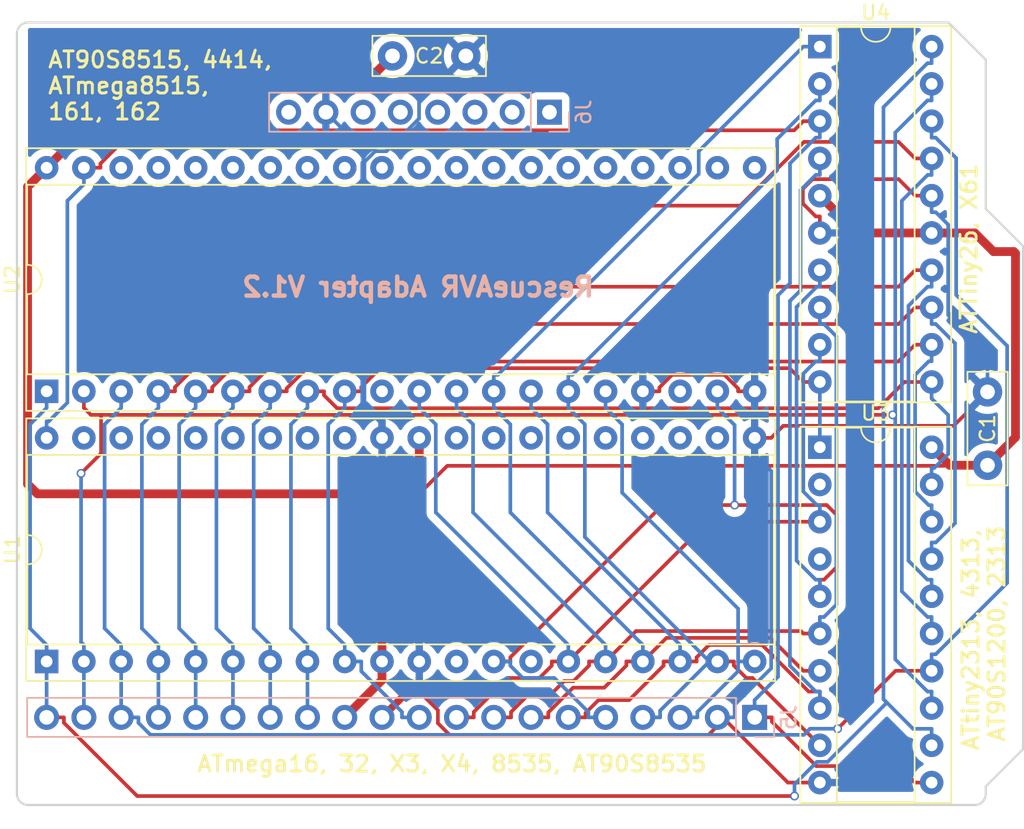
<source format=kicad_pcb>
(kicad_pcb (version 20240108) (generator "pcbnew") (generator_version "8.0")
  (title_block (date "2024-09-06") (rev "1.2"))
  (layers (0 "F.Cu" signal) (31 "B.Cu" signal) (34 "B.Paste" user) (35 "F.Paste" user) (36 "B.SilkS" user "B.Silkscreen") (37 "F.SilkS" user "F.Silkscreen") (38 "B.Mask" user) (39 "F.Mask" user) (44 "Edge.Cuts" user))
  (net 0 "")
  (net 1 "GND")
  (net 2 "Net-(J5-Pin_12)")
  (net 3 "/XA0")
  (net 4 "/D7")
  (net 5 "/HVRES")
  (net 6 "/D6")
  (net 7 "/~{OE}")
  (net 8 "/D5")
  (net 9 "/D4")
  (net 10 "/XTAL1")
  (net 11 "/D2")
  (net 12 "/~{WR}")
  (net 14 "/D0")
  (net 15 "/RDY")
  (net 16 "/D1")
  (net 17 "/BS1")
  (net 18 "/D3")
  (net 19 "/XA1")
  (net 20 "/BS2")
  (footprint "Package_DIP:DIP-40_W15.24mm_Socket" (layer "F.Cu") (at 102.025 90.216 90)
    (property "Reference" "U1")
    (property "Value" "ATmega16A-P")
  )
  (footprint "Package_DIP:DIP-40_W15.24mm_Socket" (layer "F.Cu") (at 102.025 71.801 90)
    (property "Reference" "U2")
    (property "Value" "ATmega162-16P")
  )
  (footprint "Capacitor_THT:C_Disc_D7.5mm_W2.5mm_P5.00mm" (layer "F.Cu") (at 166.16 76.841 90)
    (property "Reference" "C1")
    (property "Value" "100nF" (hide yes))
  )
  (footprint "Package_DIP:DIP-20_W7.62mm_Socket" (layer "F.Cu") (at 154.73 48.306)
    (property "Reference" "U4")
    (property "Value" "ATtiny861-20P")
  )
  (footprint "Package_DIP:DIP-20_W7.62mm_Socket" (layer "F.Cu") (at 154.73 75.611)
    (property "Reference" "U3")
    (property "Value" "ATtiny2313-20P")
  )
  (footprint "Capacitor_THT:C_Disc_D7.5mm_W2.5mm_P5.00mm" (layer "F.Cu") (at 125.6 48.941)
    (property "Reference" "C2")
    (property "Value" "100nF" (hide yes))
  )
  (footprint "Connector_PinHeader_2.54mm:PinHeader_1x20_P2.54mm_Vertical" (layer "B.Cu") (at 150.285 94.026 90)
    (property "Reference" "J5")
    (property "Value" "Conn_01x20_Socket")
  )
  (footprint "Connector_PinHeader_2.54mm:PinHeader_1x08_P2.54mm_Vertical" (layer "B.Cu") (at 136.3 52.776 90)
    (property "Reference" "J6")
    (property "Value" "Conn_01x08_Socket" (hide yes))
  )
  (gr_line (start 166.04 59.36) (end 168.58 61.9) (stroke (width 0.15)) (layer "Edge.Cuts"))
  (gr_line (start 100 99.238) (end 100 47.422) (stroke (width 0.15)) (layer "Edge.Cuts"))
  (gr_line (start 168.58 61.9) (end 168.58 96.19) (stroke (width 0.15)) (layer "Edge.Cuts"))
  (gr_line (start 165.278 100) (end 100.762 100) (stroke (width 0.15)) (layer "Edge.Cuts"))
  (gr_line (start 100.762 46.66) (end 163.5 46.66) (stroke (width 0.15)) (layer "Edge.Cuts"))
  (gr_arc (start 100.762 100) (mid 100.223185 99.776815) (end 100 99.238) (stroke (width 0.15)) (layer "Edge.Cuts"))
  (gr_line (start 168.58 96.19) (end 166.04 98.73) (stroke (width 0.15)) (layer "Edge.Cuts"))
  (gr_line (start 163.5 46.66) (end 166.04 49.2) (stroke (width 0.15)) (layer "Edge.Cuts"))
  (gr_arc (start 166.04 99.238) (mid 165.816815 99.776815) (end 165.278 100) (stroke (width 0.15)) (layer "Edge.Cuts"))
  (gr_line (start 166.04 49.2) (end 166.04 59.36) (stroke (width 0.15)) (layer "Edge.Cuts"))
  (gr_line (start 166.04 98.73) (end 166.04 99.238) (stroke (width 0.15)) (layer "Edge.Cuts"))
  (gr_arc (start 100 47.422) (mid 100.223185 46.883185) (end 100.762 46.66) (stroke (width 0.15)) (layer "Edge.Cuts"))
  (gr_text "RescueAVR Adapter V1.2" (at 139.49 65.451 0) (layer "B.SilkS") (effects (font (size 1.3 1.3) (thickness 0.3) (bold yes)) (justify left bottom mirror)))
  (gr_text "ATtiny2313, 4313, \nAT90S1200, 2313" (at 167.43 88.311 90) (layer "F.SilkS") (effects (font (size 1.1 1.1) (thickness 0.2) (bold yes)) (justify bottom)))
  (gr_text "ATTiny26, X61" (at 165.525 67.991 90) (layer "F.SilkS") (effects (font (size 1.1 1.1) (thickness 0.2) (bold yes)) (justify left bottom)))
  (gr_text "AT90S8515, 4414, \nATmega8515, \n161, 162" (at 102.025 53.386 0) (layer "F.SilkS") (effects (font (size 1.1 1.1) (thickness 0.2) (bold yes)) (justify left bottom)))
  (gr_text "ATmega16, 32, X3, X4, 8535, AT90S8535" (at 112.185 97.836 0) (layer "F.SilkS") (effects (font (size 1.1 1.1) (thickness 0.2) (bold yes)) (justify left bottom)))
  (segment (start 151.4117 74.976) (end 152.2341 74.1536) (width 0.25) (layer "F.Cu") (net 1))
  (segment (start 154.73 61.006) (end 154.73 59.8793) (width 0.25) (layer "F.Cu") (net 1))
  (segment (start 142.665 71.801) (end 143.7917 71.801) (width 0.25) (layer "F.Cu") (net 1))
  (segment (start 127.425 91.3427) (end 127.425 92.2363) (width 0.5) (layer "F.Cu") (net 1))
  (segment (start 154.73 59.8793) (end 154.4483 59.8793) (width 0.25) (layer "F.Cu") (net 1))
  (segment (start 150.285 74.976) (end 151.4117 74.976) (width 0.25) (layer "F.Cu") (net 1))
  (segment (start 124.885 94.026) (end 126.6589 92.2521) (width 0.5) (layer "F.Cu") (net 1))
  (segment (start 153.5731 59.0041) (end 153.5731 58.0043) (width 0.25) (layer "F.Cu") (net 1))
  (segment (start 127.425 90.216) (end 127.425 91.3427) (width 0.25) (layer "F.Cu") (net 1))
  (segment (start 129.5173 95.2437) (end 128.695 94.4214) (width 0.25) (layer "F.Cu") (net 1))
  (segment (start 149.1583 71.6068) (end 149.1583 71.801) (width 0.25) (layer "F.Cu") (net 1))
  (segment (start 162.35 58.466) (end 161.2233 58.466) (width 0.25) (layer "F.Cu") (net 1))
  (segment (start 163.8474 74.1536) (end 166.16 71.841) (width 0.25) (layer "F.Cu") (net 1))
  (segment (start 160.0966 57.3393) (end 161.2233 58.466) (width 0.25) (layer "F.Cu") (net 1))
  (segment (start 148.3334 94.026) (end 148.2193 94.1401) (width 0.25) (layer "F.Cu") (net 1))
  (segment (start 153.5731 58.0043) (end 154.2381 57.3393) (width 0.25) (layer "F.Cu") (net 1))
  (segment (start 126.6589 92.2521) (end 127.4092 92.2521) (width 0.5) (layer "F.Cu") (net 1))
  (segment (start 144.6607 70.6743) (end 148.2258 70.6743) (width 0.25) (layer "F.Cu") (net 1))
  (segment (start 128.695 93.5379) (end 127.4092 92.2521) (width 0.25) (layer "F.Cu") (net 1))
  (segment (start 143.7917 71.801) (end 143.7917 71.5433) (width 0.25) (layer "F.Cu") (net 1))
  (segment (start 148.2193 94.1401) (end 147.1157 95.2437) (width 0.25) (layer "F.Cu") (net 1))
  (segment (start 152.2341 74.1536) (end 163.8474 74.1536) (width 0.25) (layer "F.Cu") (net 1))
  (segment (start 150.285 71.801) (end 149.1583 71.801) (width 0.25) (layer "F.Cu") (net 1))
  (segment (start 147.1157 95.2437) (end 129.5173 95.2437) (width 0.25) (layer "F.Cu") (net 1))
  (segment (start 154.4483 59.8793) (end 153.5731 59.0041) (width 0.25) (layer "F.Cu") (net 1))
  (segment (start 154.2381 57.3393) (end 160.0966 57.3393) (width 0.25) (layer "F.Cu") (net 1))
  (segment (start 148.2258 70.6743) (end 149.1583 71.6068) (width 0.25) (layer "F.Cu") (net 1))
  (segment (start 152.5501 98.471) (end 154.73 98.471) (width 0.25) (layer "F.Cu") (net 1))
  (segment (start 148.2193 94.1401) (end 152.5501 98.471) (width 0.25) (layer "F.Cu") (net 1))
  (segment (start 127.425 92.2363) (end 127.4092 92.2521) (width 0.25) (layer "F.Cu") (net 1))
  (segment (start 147.745 94.026) (end 148.3334 94.026) (width 0.25) (layer "F.Cu") (net 1))
  (segment (start 143.7917 71.5433) (end 144.6607 70.6743) (width 0.25) (layer "F.Cu") (net 1))
  (segment (start 128.695 94.4214) (end 128.695 93.5379) (width 0.25) (layer "F.Cu") (net 1))
  (segment (start 123.615 56.240009) (end 124.419009 55.436) (width 0.25) (layer "B.Cu") (net 1))
  (segment (start 123.615 65.451) (end 123.615 72.5793) (width 0.4) (layer "B.Cu") (net 1))
  (segment (start 150.285 71.801) (end 150.285 74.976) (width 0.25) (layer "B.Cu") (net 1))
  (segment (start 125.1878 55.436) (end 127.41 53.2138) (width 0.25) (layer "B.Cu") (net 1))
  (segment (start 162.6318 59.5927) (end 162.35 59.5927) (width 0.25) (layer "B.Cu") (net 1))
  (segment (start 166.16 71.841) (end 166.16 69.279) (width 0.25) (layer "B.Cu") (net 1))
  (segment (start 127.41 52.131) (end 130.6 48.941) (width 0.25) (layer "B.Cu") (net 1))
  (segment (start 166.16 69.279) (end 163.4767 66.5957) (width 0.25) (layer "B.Cu") (net 1))
  (segment (start 123.615 65.451) (end 123.615 56.240009) (width 0.4) (layer "B.Cu") (net 1))
  (segment (start 123.7583 72.7226) (end 124.885 73.8493) (width 0.5) (layer "B.Cu") (net 1))
  (segment (start 124.885 74.976) (end 124.885 73.8493) (width 0.5) (layer "B.Cu") (net 1))
  (segment (start 163.4767 60.4376) (end 162.6318 59.5927) (width 0.25) (layer "B.Cu") (net 1))
  (segment (start 123.615 72.5793) (end 123.7583 72.7226) (width 0.4) (layer "B.Cu") (net 1))
  (segment (start 124.885 86.5493) (end 124.885 74.976) (width 0.25) (layer "B.Cu") (net 1))
  (segment (start 151.4117 77.2294) (end 150.285 76.1027) (width 0.25) (layer "B.Cu") (net 1))
  (segment (start 123.615 65.451) (end 123.615 55.331) (width 0.25) (layer "B.Cu") (net 1))
  (segment (start 127.425 90.216) (end 127.425 89.0893) (width 0.25) (layer "B.Cu") (net 1))
  (segment (start 124.419009 55.436) (end 125.1878 55.436) (width 0.25) (layer "B.Cu") (net 1))
  (segment (start 163.4767 66.5957) (end 163.4767 60.4376) (width 0.25) (layer "B.Cu") (net 1))
  (segment (start 123.615 55.331) (end 121.06 52.776) (width 0.25) (layer "B.Cu") (net 1))
  (segment (start 150.285 74.976) (end 150.285 76.1027) (width 0.25) (layer "B.Cu") (net 1))
  (segment (start 147.745 94.026) (end 148.9217 94.026) (width 0.25) (layer "B.Cu") (net 1))
  (segment (start 162.35 58.466) (end 162.35 59.5927) (width 0.25) (layer "B.Cu") (net 1))
  (segment (start 151.4117 90.6828) (end 151.4117 77.2294) (width 0.25) (layer "B.Cu") (net 1))
  (segment (start 127.41 53.2138) (end 127.41 52.131) (width 0.25) (layer "B.Cu") (net 1))
  (segment (start 127.425 89.0893) (end 124.885 86.5493) (width 0.25) (layer "B.Cu") (net 1))
  (segment (start 148.9217 93.1728) (end 151.4117 90.6828) (width 0.25) (layer "B.Cu") (net 1))
  (segment (start 148.9217 94.026) (end 148.9217 93.1728) (width 0.25) (layer "B.Cu") (net 1))
  (segment (start 163.415 76.676) (end 162.35 75.611) (width 0.6) (layer "F.Cu") (net 2))
  (segment (start 166.16 76.841) (end 163.58 76.841) (width 0.6) (layer "F.Cu") (net 2))
  (segment (start 124.885 90.216) (end 124.885 91.486) (width 0.6) (layer "F.Cu") (net 2))
  (segment (start 124.885 91.486) (end 122.345 94.026) (width 0.6) (layer "F.Cu") (net 2))
  (segment (start 107.486 51.1) (end 102.025 56.561) (width 0.6) (layer "F.Cu") (net 2))
  (segment (start 165.293 61.006) (end 162.35 61.006) (width 0.6) (layer "F.Cu") (net 2))
  (segment (start 162.35 61.006) (end 157.27 61.006) (width 0.6) (layer "F.Cu") (net 2))
  (segment (start 166.563 62.276) (end 165.293 61.006) (width 0.6) (layer "F.Cu") (net 2))
  (segment (start 163.415 76.676) (end 163.21 76.881) (width 0.25) (layer "F.Cu") (net 2))
  (segment (start 100.725 78.121) (end 101.39 78.786) (width 0.6) (layer "F.Cu") (net 2))
  (segment (start 129.33 76.881) (end 127.425 78.786) (width 0.25) (layer "F.Cu") (net 2))
  (segment (start 163.58 76.841) (end 163.415 76.676) (width 0.6) (layer "F.Cu") (net 2))
  (segment (start 168.065 74.936) (end 168.065 62.392) (width 0.6) (layer "F.Cu") (net 2))
  (segment (start 163.21 76.881) (end 129.33 76.881) (width 0.25) (layer "F.Cu") (net 2))
  (segment (start 168.065 62.392) (end 167.949 62.276) (width 0.6) (layer "F.Cu") (net 2))
  (segment (start 101.39 78.786) (end 127.425 78.786) (width 0.6) (layer "F.Cu") (net 2))
  (segment (start 157.27 61.006) (end 154.73 58.466) (width 0.6) (layer "F.Cu") (net 2))
  (segment (start 125.6 48.941) (end 123.441 51.1) (width 0.6) (layer "F.Cu") (net 2))
  (segment (start 127.425 78.786) (end 127.425 74.976) (width 0.6) (layer "F.Cu") (net 2))
  (segment (start 123.441 51.1) (end 107.486 51.1) (width 0.6) (layer "F.Cu") (net 2))
  (segment (start 167.949 62.276) (end 166.563 62.276) (width 0.6) (layer "F.Cu") (net 2))
  (segment (start 102.025 56.561) (end 100.725 57.861) (width 0.6) (layer "F.Cu") (net 2))
  (segment (start 166.16 76.841) (end 168.065 74.936) (width 0.6) (layer "F.Cu") (net 2))
  (segment (start 127.425 78.786) (end 124.885 81.326) (width 0.6) (layer "F.Cu") (net 2))
  (segment (start 100.725 57.861) (end 100.725 78.121) (width 0.6) (layer "F.Cu") (net 2))
  (segment (start 124.885 81.326) (end 124.885 90.216) (width 0.6) (layer "F.Cu") (net 2))
  (segment (start 147.745 90.216) (end 148.8717 90.216) (width 0.25) (layer "F.Cu") (net 3))
  (segment (start 149.7166 91.3427) (end 150.1417 91.3427) (width 0.25) (layer "F.Cu") (net 3))
  (segment (start 148.8717 90.216) (end 148.8717 90.4978) (width 0.25) (layer "F.Cu") (net 3))
  (segment (start 148.8717 90.4978) (end 149.7166 91.3427) (width 0.25) (layer "F.Cu") (net 3))
  (segment (start 150.1417 91.3427) (end 154.73 95.931) (width 0.25) (layer "F.Cu") (net 3))
  (segment (start 154.73 50.846) (end 154.73 51.9727) (width 0.25) (layer "B.Cu") (net 3))
  (segment (start 137.585 70.6743) (end 137.8667 70.6743) (width 0.25) (layer "B.Cu") (net 3))
  (segment (start 137.585 71.801) (end 137.585 70.6743) (width 0.25) (layer "B.Cu") (net 3))
  (segment (start 151.8197 56.7213) (end 151.8197 54.6013) (width 0.25) (layer "B.Cu") (net 3))
  (segment (start 143.8417 93.5718) (end 147.1975 90.216) (width 0.25) (layer "B.Cu") (net 3))
  (segment (start 138.7117 74.0544) (end 137.585 72.9277) (width 0.25) (layer "B.Cu") (net 3))
  (segment (start 151.8197 54.6013) (end 154.4483 51.9727) (width 0.25) (layer "B.Cu") (net 3))
  (segment (start 143.8417 94.026) (end 143.8417 93.5718) (width 0.25) (layer "B.Cu") (net 3))
  (segment (start 147.1975 90.216) (end 138.7117 81.7302) (width 0.25) (layer "B.Cu") (net 3))
  (segment (start 147.745 90.216) (end 147.1975 90.216) (width 0.25) (layer "B.Cu") (net 3))
  (segment (start 142.665 94.026) (end 143.8417 94.026) (width 0.25) (layer "B.Cu") (net 3))
  (segment (start 154.4483 51.9727) (end 154.73 51.9727) (width 0.25) (layer "B.Cu") (net 3))
  (segment (start 137.585 71.801) (end 137.585 72.9277) (width 0.25) (layer "B.Cu") (net 3))
  (segment (start 137.8667 70.6743) (end 151.8197 56.7213) (width 0.25) (layer "B.Cu") (net 3))
  (segment (start 138.7117 81.7302) (end 138.7117 74.0544) (width 0.25) (layer "B.Cu") (net 3))
  (segment (start 121.8208 72.954) (end 120.9317 72.0649) (width 0.25) (layer "F.Cu") (net 4))
  (segment (start 161.2233 71.166) (end 160.4932 71.166) (width 0.25) (layer "F.Cu") (net 4))
  (segment (start 119.805 71.801) (end 120.9317 71.801) (width 0.25) (layer "F.Cu") (net 4))
  (segment (start 158.7052 72.954) (end 121.8208 72.954) (width 0.25) (layer "F.Cu") (net 4))
  (segment (start 160.4932 71.166) (end 158.7052 72.954) (width 0.25) (layer "F.Cu") (net 4))
  (segment (start 162.35 71.166) (end 161.2233 71.166) (width 0.25) (layer "F.Cu") (net 4))
  (segment (start 120.9317 72.0649) (end 120.9317 71.801) (width 0.25) (layer "F.Cu") (net 4))
  (segment (start 119.805 90.216) (end 119.805 89.0893) (width 0.25) (layer "B.Cu") (net 4))
  (segment (start 162.35 78.151) (end 162.35 77.0243) (width 0.25) (layer "B.Cu") (net 4))
  (segment (start 119.805 94.026) (end 119.805 90.216) (width 0.25) (layer "B.Cu") (net 4))
  (segment (start 162.5302 77.0243) (end 163.4767 76.0778) (width 0.25) (layer "B.Cu") (net 4))
  (segment (start 162.35 77.0243) (end 162.5302 77.0243) (width 0.25) (layer "B.Cu") (net 4))
  (segment (start 162.35 71.166) (end 162.35 72.2927) (width 0.25) (layer "B.Cu") (net 4))
  (segment (start 163.4767 76.0778) (end 163.4767 73.4194) (width 0.25) (layer "B.Cu") (net 4))
  (segment (start 119.805 72.9277) (end 118.6783 74.0544) (width 0.25) (layer "B.Cu") (net 4))
  (segment (start 119.805 71.801) (end 119.805 72.9277) (width 0.25) (layer "B.Cu") (net 4))
  (segment (start 118.6783 87.9626) (end 119.805 89.0893) (width 0.25) (layer "B.Cu") (net 4))
  (segment (start 163.4767 73.4194) (end 162.35 72.2927) (width 0.25) (layer "B.Cu") (net 4))
  (segment (start 118.6783 74.0544) (end 118.6783 87.9626) (width 0.25) (layer "B.Cu") (net 4))
  (segment (start 124.7683 70.2226) (end 123.4717 71.5192) (width 0.25) (layer "F.Cu") (net 5))
  (segment (start 153.6033 71.166) (end 152.6599 70.2226) (width 0.25) (layer "F.Cu") (net 5))
  (segment (start 152.6599 70.2226) (end 124.7683 70.2226) (width 0.25) (layer "F.Cu") (net 5))
  (segment (start 122.345 71.801) (end 123.4717 71.801) (width 0.25) (layer "F.Cu") (net 5))
  (segment (start 154.73 71.166) (end 153.6033 71.166) (width 0.25) (layer "F.Cu") (net 5))
  (segment (start 123.4717 71.5192) (end 123.4717 71.801) (width 0.25) (layer "F.Cu") (net 5))
  (segment (start 126.2483 94.026) (end 126.2483 93.6582) (width 0.25) (layer "B.Cu") (net 5))
  (segment (start 123.4717 90.8816) (end 123.4717 90.216) (width 0.25) (layer "B.Cu") (net 5))
  (segment (start 154.73 71.166) (end 154.73 75.611) (width 0.25) (layer "B.Cu") (net 5))
  (segment (start 127.425 94.026) (end 126.2483 94.026) (width 0.25) (layer "B.Cu") (net 5))
  (segment (start 122.345 72.9277) (end 121.2183 74.0544) (width 0.25) (layer "B.Cu") (net 5))
  (segment (start 121.2183 74.0544) (end 121.2183 87.9626) (width 0.25) (layer "B.Cu") (net 5))
  (segment (start 121.2183 87.9626) (end 122.345 89.0893) (width 0.25) (layer "B.Cu") (net 5))
  (segment (start 126.2483 93.6582) (end 123.4717 90.8816) (width 0.25) (layer "B.Cu") (net 5))
  (segment (start 122.345 71.801) (end 122.345 72.9277) (width 0.25) (layer "B.Cu") (net 5))
  (segment (start 122.345 90.216) (end 122.345 89.0893) (width 0.25) (layer "B.Cu") (net 5))
  (segment (start 122.345 90.216) (end 123.4717 90.216) (width 0.25) (layer "B.Cu") (net 5))
  (segment (start 162.35 68.626) (end 161.2233 68.626) (width 0.25) (layer "F.Cu") (net 6))
  (segment (start 160.0784 69.7709) (end 161.2233 68.626) (width 0.25) (layer "F.Cu") (net 6))
  (segment (start 118.3917 71.5971) (end 120.2179 69.7709) (width 0.25) (layer "F.Cu") (net 6))
  (segment (start 117.265 71.801) (end 118.3917 71.801) (width 0.25) (layer "F.Cu") (net 6))
  (segment (start 118.3917 71.801) (end 118.3917 71.5971) (width 0.25) (layer "F.Cu") (net 6))
  (segment (start 120.2179 69.7709) (end 160.0784 69.7709) (width 0.25) (layer "F.Cu") (net 6))
  (segment (start 162.35 80.691) (end 162.35 79.5643) (width 0.25) (layer "B.Cu") (net 6))
  (segment (start 162.1558 79.5643) (end 162.35 79.5643) (width 0.25) (layer "B.Cu") (net 6))
  (segment (start 117.265 72.9277) (end 116.1383 74.0544) (width 0.25) (layer "B.Cu") (net 6))
  (segment (start 116.1383 74.0544) (end 116.1383 87.9626) (width 0.25) (layer "B.Cu") (net 6))
  (segment (start 161.2233 70.685) (end 161.2233 78.6318) (width 0.25) (layer "B.Cu") (net 6))
  (segment (start 117.265 94.026) (end 117.265 90.216) (width 0.25) (layer "B.Cu") (net 6))
  (segment (start 162.35 68.626) (end 162.35 69.7527) (width 0.25) (layer "B.Cu") (net 6))
  (segment (start 117.265 90.216) (end 117.265 89.0893) (width 0.25) (layer "B.Cu") (net 6))
  (segment (start 116.1383 87.9626) (end 117.265 89.0893) (width 0.25) (layer "B.Cu") (net 6))
  (segment (start 161.2233 78.6318) (end 162.1558 79.5643) (width 0.25) (layer "B.Cu") (net 6))
  (segment (start 162.35 69.7527) (end 162.1556 69.7527) (width 0.25) (layer "B.Cu") (net 6))
  (segment (start 117.265 71.801) (end 117.265 72.9277) (width 0.25) (layer "B.Cu") (net 6))
  (segment (start 162.1556 69.7527) (end 161.2233 70.685) (width 0.25) (layer "B.Cu") (net 6))
  (segment (start 134.9438 92.3961) (end 133.6817 93.6582) (width 0.25) (layer "F.Cu") (net 7))
  (segment (start 153.4353 88.143) (end 153.6033 88.311) (width 0.25) (layer "F.Cu") (net 7))
  (segment (start 142.198 88.143) (end 153.4353 88.143) (width 0.25) (layer "F.Cu") (net 7))
  (segment (start 140.125 90.216) (end 138.9983 90.216) (width 0.25) (layer "F.Cu") (net 7))
  (segment (start 132.505 94.026) (end 133.6817 94.026) (width 0.25) (layer "F.Cu") (net 7))
  (segment (start 133.6817 93.6582) (end 133.6817 94.026) (width 0.25) (layer "F.Cu") (net 7))
  (segment (start 138.9983 90.4977) (end 137.9435 91.5525) (width 0.25) (layer "F.Cu") (net 7))
  (segment (start 140.125 90.216) (end 142.198 88.143) (width 0.25) (layer "F.Cu") (net 7))
  (segment (start 138.9983 90.216) (end 138.9983 90.4977) (width 0.25) (layer "F.Cu") (net 7))
  (segment (start 137.3027 91.5525) (end 136.4591 92.3961) (width 0.25) (layer "F.Cu") (net 7))
  (segment (start 137.9435 91.5525) (end 137.3027 91.5525) (width 0.25) (layer "F.Cu") (net 7))
  (segment (start 136.4591 92.3961) (end 134.9438 92.3961) (width 0.25) (layer "F.Cu") (net 7))
  (segment (start 154.73 88.311) (end 153.6033 88.311) (width 0.25) (layer "F.Cu") (net 7))
  (segment (start 155.0118 67.2127) (end 154.73 67.2127) (width 0.25) (layer "B.Cu") (net 7))
  (segment (start 140.125 90.216) (end 140.125 89.0893) (width 0.25) (layer "B.Cu") (net 7))
  (segment (start 140.125 89.0893) (end 131.0917 80.056) (width 0.25) (layer "B.Cu") (net 7))
  (segment (start 155.8567 68.0576) (end 155.0118 67.2127) (width 0.25) (layer "B.Cu") (net 7))
  (segment (start 131.0917 80.056) (end 131.0917 74.0544) (width 0.25) (layer "B.Cu") (net 7))
  (segment (start 154.73 88.311) (end 154.73 87.1843) (width 0.25) (layer "B.Cu") (net 7))
  (segment (start 155.0117 87.1843) (end 155.8567 86.3393) (width 0.25) (layer "B.Cu") (net 7))
  (segment (start 131.0917 74.0544) (end 129.965 72.9277) (width 0.25) (layer "B.Cu") (net 7))
  (segment (start 155.8567 86.3393) (end 155.8567 68.0576) (width 0.25) (layer "B.Cu") (net 7))
  (segment (start 129.965 71.801) (end 129.965 72.9277) (width 0.25) (layer "B.Cu") (net 7))
  (segment (start 154.73 87.1843) (end 155.0117 87.1843) (width 0.25) (layer "B.Cu") (net 7))
  (segment (start 154.73 66.086) (end 154.73 67.2127) (width 0.25) (layer "B.Cu") (net 7))
  (segment (start 120.1583 67.2127) (end 115.8517 71.5193) (width 0.25) (layer "F.Cu") (net 8))
  (segment (start 115.8517 71.5193) (end 115.8517 71.801) (width 0.25) (layer "F.Cu") (net 8))
  (segment (start 114.725 71.801) (end 115.8517 71.801) (width 0.25) (layer "F.Cu") (net 8))
  (segment (start 161.2233 66.086) (end 160.0966 67.2127) (width 0.25) (layer "F.Cu") (net 8))
  (segment (start 160.0966 67.2127) (end 120.1583 67.2127) (width 0.25) (layer "F.Cu") (net 8))
  (segment (start 162.35 66.086) (end 161.2233 66.086) (width 0.25) (layer "F.Cu") (net 8))
  (segment (start 162.35 66.086) (end 162.35 67.2127) (width 0.25) (layer "B.Cu") (net 8))
  (segment (start 162.6317 82.1043) (end 163.943 80.793) (width 0.25) (layer "B.Cu") (net 8))
  (segment (start 114.725 72.9277) (end 113.5983 74.0544) (width 0.25) (layer "B.Cu") (net 8))
  (segment (start 114.725 71.801) (end 114.725 72.9277) (width 0.25) (layer "B.Cu") (net 8))
  (segment (start 162.35 83.231) (end 162.35 82.1043) (width 0.25) (layer "B.Cu") (net 8))
  (segment (start 113.5983 74.0544) (end 113.5983 87.9626) (width 0.25) (layer "B.Cu") (net 8))
  (segment (start 163.943 80.793) (end 163.943 68.524) (width 0.25) (layer "B.Cu") (net 8))
  (segment (start 163.943 68.524) (end 162.6317 67.2127) (width 0.25) (layer "B.Cu") (net 8))
  (segment (start 114.725 90.216) (end 114.725 89.0893) (width 0.25) (layer "B.Cu") (net 8))
  (segment (start 114.725 94.026) (end 114.725 90.216) (width 0.25) (layer "B.Cu") (net 8))
  (segment (start 162.6317 67.2127) (end 162.35 67.2127) (width 0.25) (layer "B.Cu") (net 8))
  (segment (start 113.5983 87.9626) (end 114.725 89.0893) (width 0.25) (layer "B.Cu") (net 8))
  (segment (start 162.35 82.1043) (end 162.6317 82.1043) (width 0.25) (layer "B.Cu") (net 8))
  (segment (start 113.3117 71.5193) (end 113.3117 71.801) (width 0.25) (layer "F.Cu") (net 9))
  (segment (start 162.35 63.546) (end 161.2233 63.546) (width 0.25) (layer "F.Cu") (net 9))
  (segment (start 161.2233 63.546) (end 160.0966 64.6727) (width 0.25) (layer "F.Cu") (net 9))
  (segment (start 120.1583 64.6727) (end 113.3117 71.5193) (width 0.25) (layer "F.Cu") (net 9))
  (segment (start 160.0966 64.6727) (end 120.1583 64.6727) (width 0.25) (layer "F.Cu") (net 9))
  (segment (start 112.185 71.801) (end 113.3117 71.801) (width 0.25) (layer "F.Cu") (net 9))
  (segment (start 160.7716 83.3477) (end 162.0682 84.6443) (width 0.25) (layer "B.Cu") (net 9))
  (segment (start 162.35 85.771) (end 162.35 84.6443) (width 0.25) (layer "B.Cu") (net 9))
  (segment (start 112.185 71.801) (end 112.185 72.9277) (width 0.25) (layer "B.Cu") (net 9))
  (segment (start 112.185 72.9277) (end 111.0583 74.0544) (width 0.25) (layer "B.Cu") (net 9))
  (segment (start 112.185 90.216) (end 112.185 89.0893) (width 0.25) (layer "B.Cu") (net 9))
  (segment (start 111.0583 74.0544) (end 111.0583 87.9626) (width 0.25) (layer "B.Cu") (net 9))
  (segment (start 160.7716 65.9693) (end 160.7716 83.3477) (width 0.25) (layer "B.Cu") (net 9))
  (segment (start 112.185 94.026) (end 112.185 90.216) (width 0.25) (layer "B.Cu") (net 9))
  (segment (start 162.35 63.546) (end 162.35 64.6727) (width 0.25) (layer "B.Cu") (net 9))
  (segment (start 111.0583 87.9626) (end 112.185 89.0893) (width 0.25) (layer "B.Cu") (net 9))
  (segment (start 162.35 64.6727) (end 162.0682 64.6727) (width 0.25) (layer "B.Cu") (net 9))
  (segment (start 162.0682 84.6443) (end 162.35 84.6443) (width 0.25) (layer "B.Cu") (net 9))
  (segment (start 162.0682 64.6727) (end 160.7716 65.9693) (width 0.25) (layer "B.Cu") (net 9))
  (segment (start 155.8567 83.7994) (end 155.8567 80.2091) (width 0.25) (layer "F.Cu") (net 10))
  (segment (start 155.2022 79.5546) (end 148.9207 79.5546) (width 0.25) (layer "F.Cu") (net 10))
  (segment (start 154.73 84.6443) (end 155.0118 84.6443) (width 0.25) (layer "F.Cu") (net 10))
  (segment (start 144.0114 79.5546) (end 133.6317 89.9343) (width 0.25) (layer "F.Cu") (net 10))
  (segment (start 154.73 85.771) (end 154.73 84.6443) (width 0.25) (layer "F.Cu") (net 10))
  (segment (start 133.6317 89.9343) (end 133.6317 90.216) (width 0.25) (layer "F.Cu") (net 10))
  (segment (start 148.9207 79.5546) (end 144.0114 79.5546) (width 0.25) (layer "F.Cu") (net 10))
  (segment (start 155.0118 84.6443) (end 155.8567 83.7994) (width 0.25) (layer "F.Cu") (net 10))
  (segment (start 132.505 90.216) (end 133.6317 90.216) (width 0.25) (layer "F.Cu") (net 10))
  (segment (start 155.8567 80.2091) (end 155.2022 79.5546) (width 0.25) (layer "F.Cu") (net 10))
  (via (at 148.9207 79.5546) (size 0.6) (drill 0.4) (layers "F.Cu" "B.Cu") (net 10))
  (segment (start 140.125 94.026) (end 138.9483 94.026) (width 0.25) (layer "B.Cu") (net 10))
  (segment (start 138.9483 94.026) (end 138.9483 93.6582) (width 0.25) (layer "B.Cu") (net 10))
  (segment (start 138.9483 93.6582) (end 136.6328 91.3427) (width 0.25) (layer "B.Cu") (net 10))
  (segment (start 154.73 63.546) (end 154.73 64.6727) (width 0.25) (layer "B.Cu") (net 10))
  (segment (start 154.4482 84.6443) (end 153.1425 83.3386) (width 0.25) (layer "B.Cu") (net 10))
  (segment (start 153.1425 66.0564) (end 154.5262 64.6727) (width 0.25) (layer "B.Cu") (net 10))
  (segment (start 133.6317 90.4978) (end 133.6317 90.216) (width 0.25) (layer "B.Cu") (net 10))
  (segment (start 154.73 84.6443) (end 154.4482 84.6443) (width 0.25) (layer "B.Cu") (net 10))
  (segment (start 153.1425 83.3386) (end 153.1425 66.0564) (width 0.25) (layer "B.Cu") (net 10))
  (segment (start 147.745 71.801) (end 147.745 72.9277) (width 0.25) (layer "B.Cu") (net 10))
  (segment (start 147.745 72.9277) (end 148.9207 74.1034) (width 0.25) (layer "B.Cu") (net 10))
  (segment (start 136.6328 91.3427) (end 134.4766 91.3427) (width 0.25) (layer "B.Cu") (net 10))
  (segment (start 132.505 90.216) (end 133.6317 90.216) (width 0.25) (layer "B.Cu") (net 10))
  (segment (start 154.5262 64.6727) (end 154.73 64.6727) (width 0.25) (layer "B.Cu") (net 10))
  (segment (start 134.4766 91.3427) (end 133.6317 90.4978) (width 0.25) (layer "B.Cu") (net 10))
  (segment (start 148.9207 74.1034) (end 148.9207 79.5546) (width 0.25) (layer "B.Cu") (net 10))
  (segment (start 154.73 85.771) (end 154.73 84.6443) (width 0.25) (layer "B.Cu") (net 10))
  (segment (start 155.942 94.7997) (end 159.8907 90.851) (width 0.25) (layer "F.Cu") (net 11))
  (segment (start 159.8907 90.851) (end 162.35 90.851) (width 0.25) (layer "F.Cu") (net 11))
  (via (at 155.942 94.7997) (size 0.6) (drill 0.4) (layers "F.Cu" "B.Cu") (net 11))
  (segment (start 108.2817 94.026) (end 108.2817 94.3937) (width 0.25) (layer "B.Cu") (net 11))
  (segment (start 162.6317 54.5127) (end 162.35 54.5127) (width 0.25) (layer "B.Cu") (net 11))
  (segment (start 109.1049 95.2169) (end 153.6441 95.2169) (width 0.25) (layer "B.Cu") (net 11))
  (segment (start 162.35 53.386) (end 162.35 54.5127) (width 0.25) (layer "B.Cu") (net 11))
  (segment (start 107.105 90.216) (end 107.105 94.026) (width 0.25) (layer "B.Cu") (net 11))
  (segment (start 167.4974 68.7041) (end 164.0224 65.2291) (width 0.25) (layer "B.Cu") (net 11))
  (segment (start 107.105 71.801) (end 107.105 72.9277) (width 0.25) (layer "B.Cu") (net 11))
  (segment (start 105.9783 87.9626) (end 105.9783 74.0544) (width 0.25) (layer "B.Cu") (net 11))
  (segment (start 153.6441 95.2169) (end 154.0613 94.7997) (width 0.25) (layer "B.Cu") (net 11))
  (segment (start 105.9783 74.0544) (end 107.105 72.9277) (width 0.25) (layer "B.Cu") (net 11))
  (segment (start 107.105 90.216) (end 107.105 89.0893) (width 0.25) (layer "B.Cu") (net 11))
  (segment (start 107.105 89.0893) (end 105.9783 87.9626) (width 0.25) (layer "B.Cu") (net 11))
  (segment (start 107.105 94.026) (end 108.2817 94.026) (width 0.25) (layer "B.Cu") (net 11))
  (segment (start 108.2817 94.3937) (end 109.1049 95.2169) (width 0.25) (layer "B.Cu") (net 11))
  (segment (start 162.35 89.7243) (end 162.6317 89.7243) (width 0.25) (layer "B.Cu") (net 11))
  (segment (start 162.35 90.851) (end 162.35 89.7243) (width 0.25) (layer "B.Cu") (net 11))
  (segment (start 167.4974 84.8586) (end 167.4974 68.7041) (width 0.25) (layer "B.Cu") (net 11))
  (segment (start 164.0224 65.2291) (end 164.0224 55.9034) (width 0.25) (layer "B.Cu") (net 11))
  (segment (start 162.6317 89.7243) (end 167.4974 84.8586) (width 0.25) (layer "B.Cu") (net 11))
  (segment (start 154.0613 94.7997) (end 155.942 94.7997) (width 0.25) (layer "B.Cu") (net 11))
  (segment (start 164.0224 55.9034) (end 162.6317 54.5127) (width 0.25) (layer "B.Cu") (net 11))
  (segment (start 141.5383 90.216) (end 141.5383 90.4977) (width 0.25) (layer "F.Cu") (net 12))
  (segment (start 140.0318 92.0042) (end 137.9064 92.0042) (width 0.25) (layer "F.Cu") (net 12))
  (segment (start 136.2217 93.6889) (end 136.2217 94.026) (width 0.25) (layer "F.Cu") (net 12))
  (segment (start 154.73 90.851) (end 153.6033 90.851) (width 0.25) (layer "F.Cu") (net 12))
  (segment (start 142.665 90.216) (end 141.5383 90.216) (width 0.25) (layer "F.Cu") (net 12))
  (segment (start 137.9064 92.0042) (end 136.2217 93.6889) (width 0.25) (layer "F.Cu") (net 12))
  (segment (start 153.6033 90.851) (end 151.361 88.6087) (width 0.25) (layer "F.Cu") (net 12))
  (segment (start 144.2723 88.6087) (end 142.665 90.216) (width 0.25) (layer "F.Cu") (net 12))
  (segment (start 135.045 94.026) (end 136.2217 94.026) (width 0.25) (layer "F.Cu") (net 12))
  (segment (start 151.361 88.6087) (end 144.2723 88.6087) (width 0.25) (layer "F.Cu") (net 12))
  (segment (start 141.5383 90.4977) (end 140.0318 92.0042) (width 0.25) (layer "F.Cu") (net 12))
  (segment (start 154.73 48.306) (end 153.6033 48.306) (width 0.25) (layer "B.Cu") (net 12))
  (segment (start 133.6317 80.056) (end 133.6317 74.0544) (width 0.25) (layer "B.Cu") (net 12))
  (segment (start 142.665 90.216) (end 142.665 89.0893) (width 0.25) (layer "B.Cu") (net 12))
  (segment (start 132.505 71.801) (end 132.505 70.6743) (width 0.25) (layer "B.Cu") (net 12))
  (segment (start 142.665 89.0893) (end 133.6317 80.056) (width 0.25) (layer "B.Cu") (net 12))
  (segment (start 132.505 71.801) (end 132.505 72.9277) (width 0.25) (layer "B.Cu") (net 12))
  (segment (start 146.475 55.4343) (end 146.475 56.986) (width 0.25) (layer "B.Cu") (net 12))
  (segment (start 153.6033 48.306) (end 146.475 55.4343) (width 0.25) (layer "B.Cu") (net 12))
  (segment (start 146.475 56.986) (end 132.7867 70.6743) (width 0.25) (layer "B.Cu") (net 12))
  (segment (start 132.7867 70.6743) (end 132.505 70.6743) (width 0.25) (layer "B.Cu") (net 12))
  (segment (start 133.6317 74.0544) (end 132.505 72.9277) (width 0.25) (layer "B.Cu") (net 12))
  (segment (start 103.2017 94.3937) (end 103.2017 94.026) (width 0.25) (layer "F.Cu") (net 14))
  (segment (start 108.1953 99.3873) (end 103.2017 94.3937) (width 0.25) (layer "F.Cu") (net 14))
  (segment (start 102.025 94.026) (end 103.2017 94.026) (width 0.25) (layer "F.Cu") (net 14))
  (segment (start 153.0027 99.3873) (end 108.1953 99.3873) (width 0.25) (layer "F.Cu") (net 14))
  (via (at 153.0027 99.3873) (size 0.6) (drill 0.4) (layers "F.Cu" "B.Cu") (net 14))
  (segment (start 162.0683 49.4327) (end 159.0664 52.4346) (width 0.25) (layer "B.Cu") (net 14))
  (segment (start 102.025 94.026) (end 102.025 90.216) (width 0.25) (layer "B.Cu") (net 14))
  (segment (start 161.0813 94.8043) (end 162.35 94.8043) (width 0.25) (layer "B.Cu") (net 14))
  (segment (start 155.2623 97.0577) (end 154.5365 97.0577) (width 0.25) (layer "B.Cu") (net 14))
  (segment (start 159.0664 52.4346) (end 159.0664 92.7894) (width 0.25) (layer "B.Cu") (net 14))
  (segment (start 102.025 72.9277) (end 100.8983 74.0544) (width 0.25) (layer "B.Cu") (net 14))
  (segment (start 159.2985 93.0215) (end 155.2623 97.0577) (width 0.25) (layer "B.Cu") (net 14))
  (segment (start 159.0664 92.7894) (end 159.2985 93.0215) (width 0.25) (layer "B.Cu") (net 14))
  (segment (start 154.5365 97.0577) (end 153.0027 98.5915) (width 0.25) (layer "B.Cu") (net 14))
  (segment (start 100.8983 74.0544) (end 100.8983 87.9626) (width 0.25) (layer "B.Cu") (net 14))
  (segment (start 102.025 71.801) (end 102.025 72.9277) (width 0.25) (layer "B.Cu") (net 14))
  (segment (start 102.025 90.216) (end 102.025 89.0893) (width 0.25) (layer "B.Cu") (net 14))
  (segment (start 162.35 48.306) (end 162.35 49.4327) (width 0.25) (layer "B.Cu") (net 14))
  (segment (start 159.2985 93.0215) (end 161.0813 94.8043) (width 0.25) (layer "B.Cu") (net 14))
  (segment (start 162.35 95.931) (end 162.35 94.8043) (width 0.25) (layer "B.Cu") (net 14))
  (segment (start 162.35 49.4327) (end 162.0683 49.4327) (width 0.25) (layer "B.Cu") (net 14))
  (segment (start 100.8983 87.9626) (end 102.025 89.0893) (width 0.25) (layer "B.Cu") (net 14))
  (segment (start 153.0027 98.5915) (end 153.0027 99.3873) (width 0.25) (layer "B.Cu") (net 14))
  (segment (start 131.1417 93.6583) (end 133.4573 91.3427) (width 0.25) (layer "F.Cu") (net 15))
  (segment (start 129.965 94.026) (end 131.1417 94.026) (width 0.25) (layer "F.Cu") (net 15))
  (segment (start 131.1417 94.026) (end 131.1417 93.6583) (width 0.25) (layer "F.Cu") (net 15))
  (segment (start 133.4573 91.3427) (end 135.6134 91.3427) (width 0.25) (layer "F.Cu") (net 15))
  (segment (start 147.11 80.691) (end 154.73 80.691) (width 0.25) (layer "F.Cu") (net 15))
  (segment (start 137.585 90.216) (end 136.4583 90.216) (width 0.25) (layer "F.Cu") (net 15))
  (segment (start 135.6134 91.3427) (end 136.4583 90.4978) (width 0.25) (layer "F.Cu") (net 15))
  (segment (start 137.585 90.216) (end 147.11 80.691) (width 0.25) (layer "F.Cu") (net 15))
  (segment (start 136.4583 90.4978) (end 136.4583 90.216) (width 0.25) (layer "F.Cu") (net 15))
  (segment (start 154.73 79.5643) (end 154.5356 79.5643) (width 0.25) (layer "B.Cu") (net 15))
  (segment (start 128.5517 80.056) (end 128.5517 74.0544) (width 0.25) (layer "B.Cu") (net 15))
  (segment (start 128.5517 74.0544) (end 127.425 72.9277) (width 0.25) (layer "B.Cu") (net 15))
  (segment (start 153.6033 78.632) (end 153.6033 70.5976) (width 0.25) (layer "B.Cu") (net 15))
  (segment (start 137.585 89.0893) (end 128.5517 80.056) (width 0.25) (layer "B.Cu") (net 15))
  (segment (start 154.4482 69.7527) (end 154.73 69.7527) (width 0.25) (layer "B.Cu") (net 15))
  (segment (start 154.73 68.626) (end 154.73 69.7527) (width 0.25) (layer "B.Cu") (net 15))
  (segment (start 137.585 90.216) (end 137.585 89.0893) (width 0.25) (layer "B.Cu") (net 15))
  (segment (start 154.5356 79.5643) (end 153.6033 78.632) (width 0.25) (layer "B.Cu") (net 15))
  (segment (start 127.425 71.801) (end 127.425 72.9277) (width 0.25) (layer "B.Cu") (net 15))
  (segment (start 154.73 80.691) (end 154.73 79.5643) (width 0.25) (layer "B.Cu") (net 15))
  (segment (start 153.6033 70.5976) (end 154.4482 69.7527) (width 0.25) (layer "B.Cu") (net 15))
  (segment (start 105.736 73.4057) (end 105.736 76.0309) (width 0.25) (layer "F.Cu") (net 16))
  (segment (start 105.736 76.0309) (end 104.3719 77.395) (width 0.25) (layer "F.Cu") (net 16))
  (segment (start 105.736 73.4057) (end 159.6931 73.4057) (width 0.25) (layer "F.Cu") (net 16))
  (segment (start 104.565 71.801) (end 104.565 72.9277) (width 0.25) (layer "F.Cu") (net 16))
  (segment (start 104.565 72.9277) (end 105.043 73.4057) (width 0.25) (layer "F.Cu") (net 16))
  (segment (start 105.043 73.4057) (end 105.736 73.4057) (width 0.25) (layer "F.Cu") (net 16))
  (via (at 104.3719 77.395) (size 0.6) (drill 0.4) (layers "F.Cu" "B.Cu") (net 16))
  (via (at 159.6931 73.4057) (size 0.6) (drill 0.4) (layers "F.Cu" "B.Cu") (net 16))
  (segment (start 162.35 50.846) (end 162.35 51.9727) (width 0.25) (layer "B.Cu") (net 16))
  (segment (start 104.565 90.216) (end 104.565 89.0893) (width 0.25) (layer "B.Cu") (net 16))
  (segment (start 159.8682 73.4057) (end 159.8682 90.0642) (width 0.25) (layer "B.Cu") (net 16))
  (segment (start 104.565 94.026) (end 104.565 90.216) (width 0.25) (layer "B.Cu") (net 16))
  (segment (start 159.8682 90.0642) (end 162.0683 92.2643) (width 0.25) (layer "B.Cu") (net 16))
  (segment (start 162.35 51.9727) (end 162.0683 51.9727) (width 0.25) (layer "B.Cu") (net 16))
  (segment (start 162.0683 51.9727) (end 159.8682 54.1728) (width 0.25) (layer "B.Cu") (net 16))
  (segment (start 159.8682 54.1728) (end 159.8682 73.4057) (width 0.25) (layer "B.Cu") (net 16))
  (segment (start 104.3719 77.395) (end 104.3719 88.8962) (width 0.25) (layer "B.Cu") (net 16))
  (segment (start 159.8682 73.4057) (end 159.6931 73.4057) (width 0.25) (layer "B.Cu") (net 16))
  (segment (start 162.0683 92.2643) (end 162.35 92.2643) (width 0.25) (layer "B.Cu") (net 16))
  (segment (start 162.35 93.391) (end 162.35 92.2643) (width 0.25) (layer "B.Cu") (net 16))
  (segment (start 104.3719 88.8962) (end 104.565 89.0893) (width 0.25) (layer "B.Cu") (net 16))
  (segment (start 145.205 90.216) (end 146.3317 90.216) (width 0.25) (layer "F.Cu") (net 17))
  (segment (start 146.3317 89.9342) (end 146.3317 90.216) (width 0.25) (layer "F.Cu") (net 17))
  (segment (start 138.7617 93.7251) (end 139.6375 92.8493) (width 0.25) (layer "F.Cu") (net 17))
  (segment (start 154.73 93.391) (end 154.73 92.2643) (width 0.25) (layer "F.Cu") (net 17))
  (segment (start 141.7267 92.8493) (end 144.0783 90.4977) (width 0.25) (layer "F.Cu") (net 17))
  (segment (start 138.7617 94.026) (end 138.7617 93.7251) (width 0.25) (layer "F.Cu") (net 17))
  (segment (start 154.73 92.2643) (end 153.9691 92.2643) (width 0.25) (layer "F.Cu") (net 17))
  (segment (start 145.205 90.216) (end 144.0783 90.216) (width 0.25) (layer "F.Cu") (net 17))
  (segment (start 150.7941 89.0893) (end 147.1766 89.0893) (width 0.25) (layer "F.Cu") (net 17))
  (segment (start 139.6375 92.8493) (end 141.7267 92.8493) (width 0.25) (layer "F.Cu") (net 17))
  (segment (start 144.0783 90.4977) (end 144.0783 90.216) (width 0.25) (layer "F.Cu") (net 17))
  (segment (start 153.9691 92.2643) (end 150.7941 89.0893) (width 0.25) (layer "F.Cu") (net 17))
  (segment (start 137.585 94.026) (end 138.7617 94.026) (width 0.25) (layer "F.Cu") (net 17))
  (segment (start 147.1766 89.0893) (end 146.3317 89.9342) (width 0.25) (layer "F.Cu") (net 17))
  (segment (start 152.6908 65.6441) (end 152.6908 90.5068) (width 0.25) (layer "B.Cu") (net 17))
  (segment (start 154.73 55.926) (end 154.73 57.0527) (width 0.25) (layer "B.Cu") (net 17))
  (segment (start 145.205 90.216) (end 145.205 89.0893) (width 0.25) (layer "B.Cu") (net 17))
  (segment (start 145.205 89.0893) (end 136.1717 80.056) (width 0.25) (layer "B.Cu") (net 17))
  (segment (start 136.1717 80.056) (end 136.1717 74.0544) (width 0.25) (layer "B.Cu") (net 17))
  (segment (start 135.045 71.801) (end 135.045 72.9277) (width 0.25) (layer "B.Cu") (net 17))
  (segment (start 136.1717 74.0544) (end 135.045 72.9277) (width 0.25) (layer "B.Cu") (net 17))
  (segment (start 154.4482 57.0527) (end 153.4162 58.0847) (width 0.25) (layer "B.Cu") (net 17))
  (segment (start 154.73 93.391) (end 154.73 92.2643) (width 0.25) (layer "B.Cu") (net 17))
  (segment (start 152.6908 90.5068) (end 154.4483 92.2643) (width 0.25) (layer "B.Cu") (net 17))
  (segment (start 153.4162 58.0847) (end 153.4162 64.9187) (width 0.25) (layer "B.Cu") (net 17))
  (segment (start 153.4162 64.9187) (end 152.6908 65.6441) (width 0.25) (layer "B.Cu") (net 17))
  (segment (start 154.73 57.0527) (end 154.4482 57.0527) (width 0.25) (layer "B.Cu") (net 17))
  (segment (start 154.4483 92.2643) (end 154.73 92.2643) (width 0.25) (layer "B.Cu") (net 17))
  (segment (start 110.7717 71.5193) (end 123.1444 59.1466) (width 0.25) (layer "F.Cu") (net 18))
  (segment (start 109.645 71.801) (end 110.7717 71.801) (width 0.25) (layer "F.Cu") (net 18))
  (segment (start 123.1444 59.1466) (end 149.3057 59.1466) (width 0.25) (layer "F.Cu") (net 18))
  (segment (start 153.653 54.7993) (end 160.0966 54.7993) (width 0.25) (layer "F.Cu") (net 18))
  (segment (start 162.35 55.926) (end 161.2233 55.926) (width 0.25) (layer "F.Cu") (net 18))
  (segment (start 149.3057 59.1466) (end 153.653 54.7993) (width 0.25) (layer "F.Cu") (net 18))
  (segment (start 110.7717 71.801) (end 110.7717 71.5193) (width 0.25) (layer "F.Cu") (net 18))
  (segment (start 160.0966 54.7993) (end 161.2233 55.926) (width 0.25) (layer "F.Cu") (net 18))
  (segment (start 162.35 57.0527) (end 162.0787 57.0527) (width 0.25) (layer "B.Cu") (net 18))
  (segment (start 109.645 94.026) (end 109.645 90.216) (width 0.25) (layer "B.Cu") (net 18))
  (segment (start 162.35 88.311) (end 162.35 87.1843) (width 0.25) (layer "B.Cu") (net 18))
  (segment (start 108.5183 87.9626) (end 109.645 89.0893) (width 0.25) (layer "B.Cu") (net 18))
  (segment (start 109.645 90.216) (end 109.645 89.0893) (width 0.25) (layer "B.Cu") (net 18))
  (segment (start 162.0683 87.1843) (end 162.35 87.1843) (width 0.25) (layer "B.Cu") (net 18))
  (segment (start 108.5183 74.0544) (end 108.5183 87.9626) (width 0.25) (layer "B.Cu") (net 18))
  (segment (start 160.3199 85.4359) (end 162.0683 87.1843) (width 0.25) (layer "B.Cu") (net 18))
  (segment (start 109.645 71.801) (end 109.645 72.9277) (width 0.25) (layer "B.Cu") (net 18))
  (segment (start 160.3199 58.8115) (end 160.3199 85.4359) (width 0.25) (layer "B.Cu") (net 18))
  (segment (start 109.645 72.9277) (end 108.5183 74.0544) (width 0.25) (layer "B.Cu") (net 18))
  (segment (start 162.0787 57.0527) (end 160.3199 58.8115) (width 0.25) (layer "B.Cu") (net 18))
  (segment (start 162.35 55.926) (end 162.35 57.0527) (width 0.25) (layer "B.Cu") (net 18))
  (segment (start 149.1583 90.216) (end 149.1583 86.6165) (width 0.25) (layer "B.Cu") (net 19))
  (segment (start 149.1583 90.8795) (end 146.3817 93.6561) (width 0.25) (layer "B.Cu") (net 19))
  (segment (start 140.125 71.801) (end 140.125 72.9277) (width 0.25) (layer "B.Cu") (net 19))
  (segment (start 149.1583 86.6165) (end 141.2517 78.7099) (width 0.25) (layer "B.Cu") (net 19))
  (segment (start 141.2517 74.0544) (end 140.125 72.9277) (width 0.25) (layer "B.Cu") (net 19))
  (segment (start 141.2517 78.7099) (end 141.2517 74.0544) (width 0.25) (layer "B.Cu") (net 19))
  (segment (start 145.205 94.026) (end 146.3817 94.026) (width 0.25) (layer "B.Cu") (net 19))
  (segment (start 149.1583 90.216) (end 149.1583 90.8795) (width 0.25) (layer "B.Cu") (net 19))
  (segment (start 146.3817 93.6561) (end 146.3817 94.026) (width 0.25) (layer "B.Cu") (net 19))
  (segment (start 150.285 90.216) (end 149.1583 90.216) (width 0.25) (layer "B.Cu") (net 19))
  (segment (start 154.4858 97.3443) (end 160.0966 97.3443) (width 0.25) (layer "F.Cu") (net 20))
  (segment (start 151.4617 94.3202) (end 154.4858 97.3443) (width 0.25) (layer "F.Cu") (net 20))
  (segment (start 160.0966 97.3443) (end 161.2233 98.471) (width 0.25) (layer "F.Cu") (net 20))
  (segment (start 152.9793 54.01) (end 107.961 54.01) (width 0.25) (layer "F.Cu") (net 20))
  (segment (start 104.565 56.561) (end 105.6917 56.561) (width 0.25) (layer "F.Cu") (net 20))
  (segment (start 150.285 94.026) (end 151.4617 94.026) (width 0.25) (layer "F.Cu") (net 20))
  (segment (start 105.6917 56.2793) (end 105.6917 56.561) (width 0.25) (layer "F.Cu") (net 20))
  (segment (start 153.6033 53.386) (end 152.9793 54.01) (width 0.25) (layer "F.Cu") (net 20))
  (segment (start 107.961 54.01) (end 105.6917 56.2793) (width 0.25) (layer "F.Cu") (net 20))
  (segment (start 162.35 98.471) (end 161.2233 98.471) (width 0.25) (layer "F.Cu") (net 20))
  (segment (start 151.4617 94.026) (end 151.4617 94.3202) (width 0.25) (layer "F.Cu") (net 20))
  (segment (start 154.73 53.386) (end 153.6033 53.386) (width 0.25) (layer "F.Cu") (net 20))
  (segment (start 150.285 94.026) (end 150.285 92.8493) (width 0.25) (layer "B.Cu") (net 20))
  (segment (start 103.4383 72.577) (end 103.4383 58.8144) (width 0.25) (layer "B.Cu") (net 20))
  (segment (start 102.025 73.8493) (end 102.166 73.8493) (width 0.25) (layer "B.Cu") (net 20))
  (segment (start 154.73 53.386) (end 154.73 54.5127) (width 0.25) (layer "B.Cu") (net 20))
  (segment (start 152.6956 56.2653) (end 154.4482 54.5127) (width 0.25) (layer "B.Cu") (net 20))
  (segment (start 103.4383 58.8144) (end 104.565 57.6877) (width 0.25) (layer "B.Cu") (net 20))
  (segment (start 102.166 73.8493) (end 103.4383 72.577) (width 0.25) (layer "B.Cu") (net 20))
  (segment (start 151.8816 65.2474) (end 152.6956 64.4334) (width 0.25) (layer "B.Cu") (net 20))
  (segment (start 151.8816 91.2527) (end 151.8816 65.2474) (width 0.25) (layer "B.Cu") (net 20))
  (segment (start 154.4482 54.5127) (end 154.73 54.5127) (width 0.25) (layer "B.Cu") (net 20))
  (segment (start 102.025 74.976) (end 102.025 73.8493) (width 0.25) (layer "B.Cu") (net 20))
  (segment (start 104.565 56.561) (end 104.565 57.6877) (width 0.25) (layer "B.Cu") (net 20))
  (segment (start 150.285 92.8493) (end 151.8816 91.2527) (width 0.25) (layer "B.Cu") (net 20))
  (segment (start 152.6956 64.4334) (end 152.6956 56.2653) (width 0.25) (layer "B.Cu") (net 20))
  (zone (net 1) (net_name "GND") (layer "B.Cu") (connect_pads (clearance 0.508)) (min_thickness 0.25) (fill yes (thermal_gap 0.5) (thermal_bridge_width 0.5))
    (polygon (pts (xy 100.755 99.106) (xy 164.89 99.106) (xy 164.89 98.471) (xy 168.065 95.296) (xy 168.065 62.276) (xy 165.525 60.371) (xy 165.525 50.211) (xy 162.985 47.036) (xy 100.755 47.036)))
  )
)
</source>
